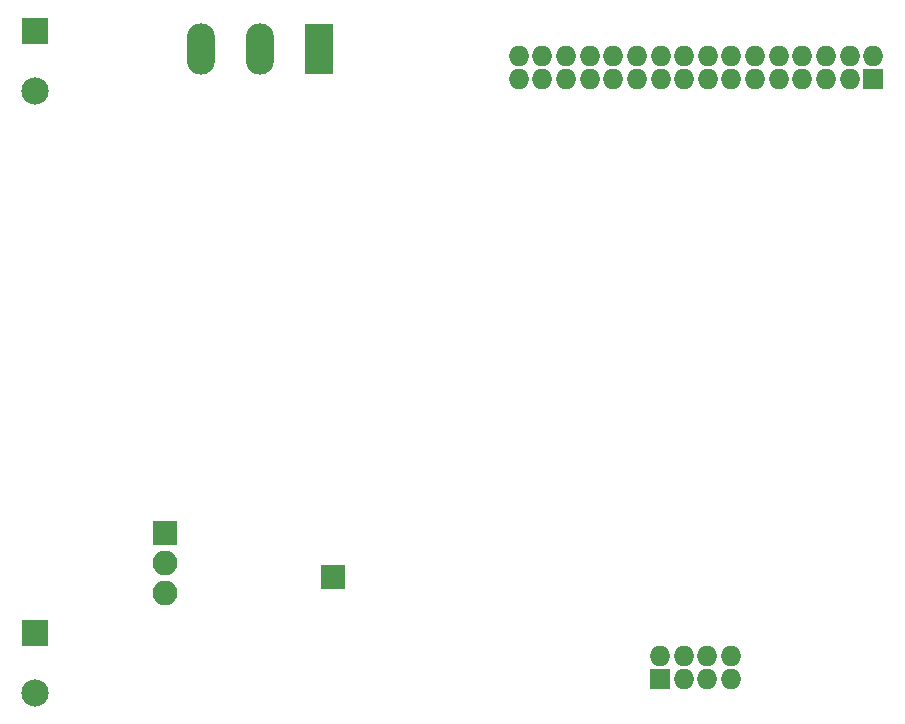
<source format=gbs>
G04 #@! TF.FileFunction,Soldermask,Bot*
%FSLAX46Y46*%
G04 Gerber Fmt 4.6, Leading zero omitted, Abs format (unit mm)*
G04 Created by KiCad (PCBNEW 4.0.6) date 01/22/18 19:18:38*
%MOMM*%
%LPD*%
G01*
G04 APERTURE LIST*
%ADD10C,0.100000*%
%ADD11R,1.750000X1.750000*%
%ADD12O,1.750000X1.750000*%
%ADD13R,2.380000X4.360000*%
%ADD14O,2.380000X4.360000*%
%ADD15R,2.305000X2.305000*%
%ADD16C,2.305000*%
%ADD17R,2.100000X2.100000*%
%ADD18O,2.100000X2.100000*%
G04 APERTURE END LIST*
D10*
D11*
X234950000Y-99568000D03*
D12*
X234950000Y-97568000D03*
X232950000Y-99568000D03*
X232950000Y-97568000D03*
X230950000Y-99568000D03*
X230950000Y-97568000D03*
X228950000Y-99568000D03*
X228950000Y-97568000D03*
X226950000Y-99568000D03*
X226950000Y-97568000D03*
X224950000Y-99568000D03*
X224950000Y-97568000D03*
X222950000Y-99568000D03*
X222950000Y-97568000D03*
X220950000Y-99568000D03*
X220950000Y-97568000D03*
X218950000Y-99568000D03*
X218950000Y-97568000D03*
X216950000Y-99568000D03*
X216950000Y-97568000D03*
X214950000Y-99568000D03*
X214950000Y-97568000D03*
X212950000Y-99568000D03*
X212950000Y-97568000D03*
X210950000Y-99568000D03*
X210950000Y-97568000D03*
X208950000Y-99568000D03*
X208950000Y-97568000D03*
X206950000Y-99568000D03*
X206950000Y-97568000D03*
X204950000Y-99568000D03*
X204950000Y-97568000D03*
D11*
X216916000Y-150368000D03*
D12*
X216916000Y-148368000D03*
X218916000Y-150368000D03*
X218916000Y-148368000D03*
X220916000Y-150368000D03*
X220916000Y-148368000D03*
X222916000Y-150368000D03*
X222916000Y-148368000D03*
D13*
X188000000Y-97000000D03*
D14*
X183000000Y-97000000D03*
X178000000Y-97000000D03*
D15*
X164000000Y-95460000D03*
D16*
X164000000Y-100540000D03*
D15*
X164000000Y-146460000D03*
D16*
X164000000Y-151540000D03*
D17*
X189230000Y-141732000D03*
X175000000Y-138000000D03*
D18*
X175000000Y-140540000D03*
X175000000Y-143080000D03*
M02*

</source>
